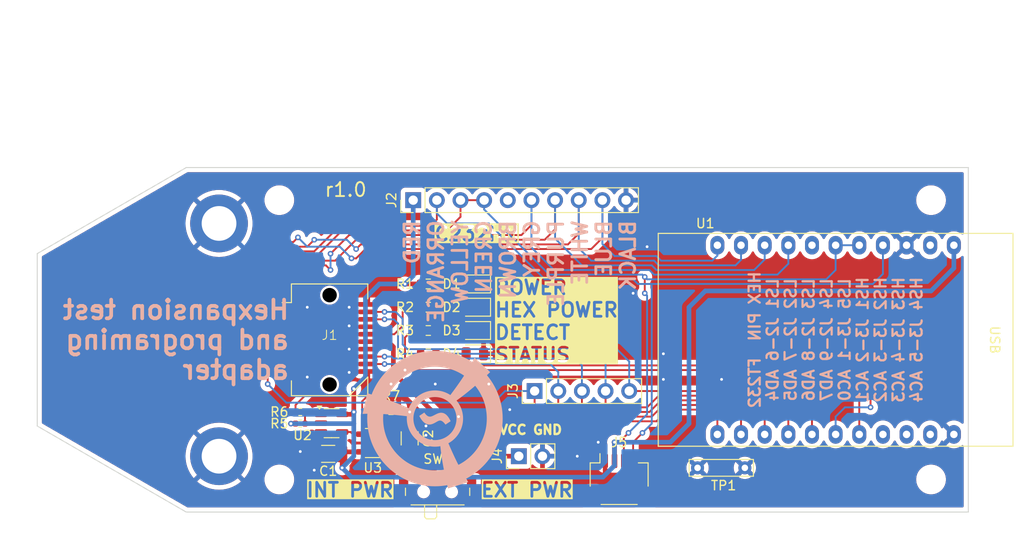
<source format=kicad_pcb>
(kicad_pcb (version 20240108) (generator "pcbnew") (generator_version "8.0")
  (layers (0 "F.Cu" signal) (31 "B.Cu" signal) (34 "B.Paste" user) (35 "F.Paste" user) (36 "B.SilkS" user "B.Silkscreen") (37 "F.SilkS" user "F.Silkscreen") (38 "B.Mask" user) (39 "F.Mask" user) (44 "Edge.Cuts" user))
  (net 0 "")
  (net 1 "/SDA")
  (net 2 "/HS3")
  (net 3 "/LS5")
  (net 4 "/LS1")
  (net 5 "/LS3")
  (net 6 "/3V3_HEXPANSION")
  (net 7 "GND")
  (net 8 "/SCL")
  (net 9 "/LS4")
  (net 10 "/detect")
  (net 11 "/HS1")
  (net 12 "/HS4")
  (net 13 "/LS2")
  (net 14 "/HS2")
  (net 16 "/3V3")
  (net 22 "/3V3_EXT")
  (net 23 "Net-(D1-A)")
  (net 24 "Net-(D2-A)")
  (net 25 "Net-(D3-A)")
  (net 26 "Net-(D4-A)")
  (net 27 "/status")
  (net 28 "/3V3_SWITCHED")
  (net 29 "/HEXPANSION_POWER_EN")
  (net 30 "Net-(R5-Pad2)")
  (net 31 "Net-(U3-SET)")
  (footprint "LED_SMD:LED_0805_2012Metric" (layer "F.Cu") (at 130.6 81.5 180)
    (property "Reference" "D4")
    (property "Value" "LED")
  )
  (footprint "Resistor_SMD:R_0402_1005Metric" (layer "F.Cu") (at 111.85 89)
    (property "Reference" "R5")
    (property "Value" "100k")
  )
  (footprint "LED_SMD:LED_0805_2012Metric" (layer "F.Cu") (at 130.6 74 180)
    (property "Reference" "D1")
    (property "Value" "LED")
  )
  (footprint "Package_TO_SOT_SMD:SOT-23-5" (layer "F.Cu") (at 119.64 91.085 180)
    (property "Reference" "U3")
    (property "Value" "MT9700")
  )
  (footprint "Connector_PinHeader_2.54mm:PinHeader_1x02_P2.54mm_Vertical" (layer "F.Cu") (at 135.325 92.5 90)
    (property "Reference" "J4")
    (property "Value" "Conn_01x02_Pin")
  )
  (footprint "TestPoint:TestPoint_Bridge_Pitch5.08mm_Drill0.7mm" (layer "F.Cu") (at 154.52 93.75)
    (property "Reference" "TP1")
    (property "Value" "TestPoint")
  )
  (footprint "Connector_JST:JST_SH_SM04B-SRSS-TB_1x04-1MP_P1.00mm_Horizontal" (layer "F.Cu") (at 146.1 95)
    (property "Reference" "J5")
    (property "Value" "Conn_01x04_Pin")
  )
  (footprint "hexpansion:Adafruit_2264_v2" (layer "F.Cu") (at 169.35 80 180)
    (property "Reference" "U1")
    (property "Value" "FT232H Breakout")
  )
  (footprint "hexpansion:SMTSO2030CTJ" (layer "F.Cu") (at 103.125 92.5)
    (property "Reference" "H2" (hide yes))
    (property "Value" "MountingHole_Pad" (hide yes))
  )
  (footprint "MountingHole:MountingHole_2.7mm_M2.5" (layer "F.Cu") (at 109.6 95)
    (property "Reference" "H3" (hide yes))
    (property "Value" "MountingHole")
  )
  (footprint "MountingHole:MountingHole_2.7mm_M2.5" (layer "F.Cu") (at 179.6 65)
    (property "Reference" "H5" (hide yes))
    (property "Value" "MountingHole")
  )
  (footprint "hexpansion:SFP" (layer "F.Cu") (at 115 80)
    (property "Reference" "J1")
    (property "Value" "Conn_02x10_Counter_Clockwise")
  )
  (footprint "MountingHole:MountingHole_2.7mm_M2.5" (layer "F.Cu") (at 109.6 65)
    (property "Reference" "H4" (hide yes))
    (property "Value" "MountingHole")
  )
  (footprint "Resistor_SMD:R_0402_1005Metric" (layer "F.Cu") (at 111.85 87.75 180)
    (property "Reference" "R6")
    (property "Value" "10k")
  )
  (footprint "Button_Switch_SMD:SW_SPDT_PCM12" (layer "F.Cu") (at 126.6 96)
    (property "Reference" "SW1")
    (property "Value" "SW_SPDT")
  )
  (footprint "LED_SMD:LED_0805_2012Metric" (layer "F.Cu") (at 130.6 79 180)
    (property "Reference" "D3")
    (property "Value" "LED")
  )
  (footprint "Resistor_SMD:R_0603_1608Metric" (layer "F.Cu") (at 121.6 87.5)
    (property "Reference" "R7")
    (property "Value" "11k3")
  )
  (footprint "LED_SMD:LED_0805_2012Metric" (layer "F.Cu") (at 130.6 76.5 180)
    (property "Reference" "D2")
    (property "Value" "LED")
  )
  (footprint "Capacitor_SMD:C_1206_3216Metric" (layer "F.Cu") (at 123.6 90.585 90)
    (property "Reference" "C2")
    (property "Value" "10uF")
  )
  (footprint "Resistor_SMD:R_0603_1608Metric" (layer "F.Cu") (at 125.6 76.5)
    (property "Reference" "R2")
    (property "Value" "R")
  )
  (footprint "Connector_PinHeader_2.54mm:PinHeader_1x05_P2.54mm_Vertical" (layer "F.Cu") (at 137.02 85.5 90)
    (property "Reference" "J3")
    (property "Value" "Conn_01x05_Pin")
  )
  (footprint "Resistor_SMD:R_0603_1608Metric" (layer "F.Cu") (at 125.6 74)
    (property "Reference" "R1")
    (property "Value" "R")
  )
  (footprint "hexpansion:SMTSO2030CTJ" (layer "F.Cu") (at 103.125 67.5)
    (property "Reference" "H1" (hide yes))
    (property "Value" "MountingHole_Pad" (hide yes))
  )
  (footprint "MountingHole:MountingHole_2.7mm_M2.5" (layer "F.Cu") (at 179.6 95)
    (property "Reference" "H6" (hide yes))
    (property "Value" "MountingHole")
  )
  (footprint "Resistor_SMD:R_0603_1608Metric" (layer "F.Cu") (at 125.6 79)
    (property "Reference" "R3")
    (property "Value" "R")
  )
  (footprint "Connector_PinHeader_2.54mm:PinHeader_1x10_P2.54mm_Vertical" (layer "F.Cu") (at 123.98 65 90)
    (property "Reference" "J2")
    (property "Value" "Conn_01x10_Pin")
  )
  (footprint "Package_TO_SOT_SMD:SOT-23-5" (layer "F.Cu") (at 115.2125 88.95)
    (property "Reference" "U2")
    (property "Value" "74LVC1G04")
  )
  (footprint "Resistor_SMD:R_0603_1608Metric" (layer "F.Cu") (at 125.6 81.5)
    (property "Reference" "R4")
    (property "Value" "R")
  )
  (footprint "Capacitor_SMD:C_1206_3216Metric" (layer "F.Cu") (at 114.85 92.25 180)
    (property "Reference" "C1")
    (property "Value" "10uF")
  )
  (gr_poly (pts (xy 130.284412 82.456891) (xy 129.985302 82.977724) (xy 129.671947 83.490332) (xy 129.345925 83.995627) (xy 129.008818 84.494522) (xy 128.662204 84.987928) (xy 128.307662 85.476758) (xy 127.946772 85.961922) (xy 128.605601 86.540924) (xy 129.099817 86.17908) (xy 129.580394 85.809361) (xy 130.048589 85.432493) (xy 130.505657 85.049201) (xy 130.952855 84.660211) (xy 131.391439 84.266248) (xy 131.822665 83.868037) (xy 132.24779 83.466305) (xy 130.567698 81.926922)) (stroke (width -0.000001)) (fill solid) (layer "B.SilkS"))
  (gr_poly (pts (xy 124.628581 88.171769) (xy 124.685363 88.277343) (xy 124.742848 88.377378) (xy 124.801213 88.471699) (xy 124.860637 88.56013) (xy 124.921299 88.642495) (xy 124.983377 88.718618) (xy 125.047051 88.788325) (xy 125.112497 88.85144) (xy 125.145941 88.88047) (xy 125.179895 88.907787) (xy 125.214382 88.933367) (xy 125.249424 88.95719) (xy 125.285043 88.979233) (xy 125.321261 88.999475) (xy 125.358102 89.017892) (xy 125.395586 89.034465) (xy 125.433737 89.049169) (xy 125.472577 89.061985) (xy 125.512128 89.072889) (xy 125.552413 89.081859) (xy 125.593453 89.088875) (xy 125.635271 89.093913) (xy 125.67789 89.096952) (xy 125.721331 89.097969) (xy 125.764998 89.096748) (xy 125.808267 89.093187) (xy 125.851122 89.087442) (xy 125.893547 89.079671) (xy 125.935525 89.070027) (xy 125.97704 89.058668) (xy 126.018075 89.04575) (xy 126.058614 89.031428) (xy 126.138137 88.999197) (xy 126.215478 88.963223) (xy 126.290504 88.924754) (xy 126.363083 88.885037) (xy 126.500374 88.806851) (xy 126.564822 88.770877) (xy 126.626295 88.738646) (xy 126.684662 88.711405) (xy 126.71264 88.700046) (xy 126.739792 88.690403) (xy 126.766101 88.682631) (xy 126.791551 88.676887) (xy 126.816125 88.673326) (xy 126.839808 88.672104) (xy 126.858852 88.671684) (xy 126.87778 88.672196) (xy 126.896603 88.673638) (xy 126.915334 88.676008) (xy 126.933982 88.679301) (xy 126.952561 88.683515) (xy 126.971079 88.688646) (xy 126.98955 88.694692) (xy 127.026393 88.709515) (xy 127.06318 88.72796) (xy 127.1 88.75) (xy 127.136945 88.775611) (xy 127.174103 88.804769) (xy 127.211567 88.837449) (xy 127.249425 88.873626) (xy 127.287768 88.913275) (xy 127.326686 88.956371) (xy 127.366269 89.002889) (xy 127.406609 89.052806) (xy 127.447794 89.106095) (xy 128.000858 88.742343) (xy 127.945624 88.627857) (xy 127.889325 88.521443) (xy 127.831996 88.423158) (xy 127.77359 88.332884) (xy 127.714063 88.250504) (xy 127.653365 88.175903) (xy 127.622564 88.141482) (xy 127.591452 88.108961) (xy 127.560025 88.078326) (xy 127.528277 88.049563) (xy 127.496201 88.022656) (xy 127.463792 87.997591) (xy 127.431045 87.974353) (xy 127.397952 87.952928) (xy 127.364509 87.933302) (xy 127.33071 87.915458) (xy 127.296548 87.899384) (xy 127.262018 87.885063) (xy 127.227114 87.872482) (xy 127.191831 87.861626) (xy 127.156162 87.85248) (xy 127.120102 87.84503) (xy 127.083644 87.839261) (xy 127.046784 87.835159) (xy 127.009515 87.832708) (xy 126.971831 87.831894) (xy 126.931021 87.833097) (xy 126.890233 87.836601) (xy 126.849489 87.842254) (xy 126.80881 87.849902) (xy 126.768217 87.859392) (xy 126.727733 87.87057) (xy 126.647177 87.897377) (xy 126.567315 87.929095) (xy 126.488322 87.964497) (xy 126.410369 88.002354) (xy 126.333632 88.041439) (xy 126.184495 88.118382) (xy 126.112444 88.153783) (xy 126.042301 88.185502) (xy 125.974241 88.212309) (xy 125.908438 88.232977) (xy 125.876436 88.240625) (xy 125.845064 88.246278) (xy 125.814342 88.249782) (xy 125.784293 88.250985) (xy 125.74882 88.249835) (xy 125.71343 88.246231) (xy 125.678029 88.239939) (xy 125.642527 88.230726) (xy 125.60683 88.218359) (xy 125.570846 88.202606) (xy 125.534483 88.183232) (xy 125.49765 88.160006) (xy 125.460253 88.132693) (xy 125.4222 88.101062) (xy 125.3834 88.064878) (xy 125.343759 88.023909) (xy 125.303186 87.977921) (xy 125.261589 87.926682) (xy 125.218875 87.869959) (xy 125.174952 87.807518)) (stroke (width -0.000001)) (fill solid) (layer "B.SilkS"))
  (gr_poly (pts (xy 118.54111 87.958008) (xy 119.141719 87.938355) (xy 119.742329 87.936976) (xy 120.342939 87.952044) (xy 120.943549 87.981738) (xy 121.54416 88.024234) (xy 122.144771 88.077707) (xy 122.745381 88.140333) (xy 123.345992 88.210289) (xy 123.518004 87.350228) (xy 122.957531 87.103145) (xy 122.397057 86.871813) (xy 121.836583 86.654779) (xy 121.276108 86.450593) (xy 120.715634 86.257805) (xy 120.15516 86.074963) (xy 119.594686 85.900616) (xy 119.034213 85.733315)) (stroke (width -0.000001)) (fill solid) (layer "B.SilkS"))
  (gr_poly (pts (xy 125.94147 81.189917) (xy 125.572713 81.218097) (xy 125.209222 81.264498) (xy 124.851461 81.328658) (xy 124.499892 81.410114) (xy 124.154977 81.508404) (xy 123.81718 81.623064) (xy 123.486963 81.753632) (xy 123.164789 81.899646) (xy 122.85112 82.060642) (xy 122.546419 82.236158) (xy 122.251149 82.425731) (xy 121.965773 82.628899) (xy 121.690752 82.845199) (xy 121.42655 83.074169) (xy 121.17363 83.315345) (xy 120.932453 83.568265) (xy 120.703484 83.832467) (xy 120.487183 84.107487) (xy 120.284015 84.392864) (xy 120.094441 84.688133) (xy 119.918925 84.992834) (xy 119.757929 85.306502) (xy 119.611915 85.628676) (xy 119.481347 85.958893) (xy 119.366687 86.296689) (xy 119.268397 86.641604) (xy 119.186941 86.993172) (xy 119.122781 87.350933) (xy 119.076379 87.714424) (xy 119.048199 88.083181) (xy 119.038703 88.456742) (xy 119.048199 88.830303) (xy 119.076379 89.19906) (xy 119.122781 89.56255) (xy 119.186941 89.920311) (xy 119.268397 90.27188) (xy 119.366687 90.616795) (xy 119.481347 90.954592) (xy 119.611915 91.284808) (xy 119.757929 91.606983) (xy 119.918925 91.920651) (xy 120.094441 92.225352) (xy 120.284015 92.520622) (xy 120.487183 92.805999) (xy 120.703484 93.08102) (xy 120.932453 93.345221) (xy 121.17363 93.598142) (xy 121.42655 93.839319) (xy 121.690752 94.068288) (xy 121.965773 94.284589) (xy 122.251149 94.487757) (xy 122.546419 94.677331) (xy 122.85112 94.852848) (xy 123.164789 95.013844) (xy 123.486963 95.159858) (xy 123.81718 95.290426) (xy 124.154977 95.405086) (xy 124.499892 95.503376) (xy 124.851461 95.584832) (xy 125.209222 95.648993) (xy 125.572713 95.695394) (xy 125.94147 95.723575) (xy 126.315032 95.733071) (xy 126.688593 95.723575) (xy 127.05735 95.695394) (xy 127.42084 95.648993) (xy 127.778601 95.584832) (xy 128.13017 95.503376) (xy 128.475085 95.405086) (xy 128.812881 95.290426) (xy 129.143098 95.159858) (xy 129.465272 95.013844) (xy 129.778941 94.852848) (xy 130.083642 94.677331) (xy 130.378912 94.487757) (xy 130.664289 94.284589) (xy 130.939309 94.068288) (xy 131.203511 93.839319) (xy 131.456432 93.598142) (xy 131.697608 93.345221) (xy 131.926578 93.08102) (xy 132.142879 92.805999) (xy 132.346047 92.520622) (xy 132.535621 92.225352) (xy 132.711138 91.920651) (xy 132.872134 91.606983) (xy 133.018148 91.284808) (xy 133.148716 90.954592) (xy 133.263376 90.616795) (xy 133.361666 90.27188) (xy 133.443122 89.920311) (xy 133.507283 89.56255) (xy 133.553684 89.19906) (xy 133.581864 88.830303) (xy 133.591361 88.456742) (xy 131.883879 88.456742) (xy 131.876661 88.744171) (xy 131.855235 89.02773) (xy 131.819947 89.307073) (xy 131.77114 89.581857) (xy 131.70916 89.851736) (xy 131.63435 90.116366) (xy 131.547056 90.375403) (xy 131.447623 90.628501) (xy 131.336393 90.875317) (xy 131.213713 91.115505) (xy 131.079926 91.348722) (xy 130.935378 91.574622) (xy 130.780412 91.792862) (xy 130.615374 92.003096) (xy 130.440608 92.20498) (xy 130.256457 92.39817) (xy 130.063268 92.58232) (xy 129.861384 92.757087) (xy 129.651151 92.922126) (xy 129.432911 93.077092) (xy 129.207011 93.221641) (xy 128.973795 93.355428) (xy 128.733607 93.478109) (xy 128.486791 93.589339) (xy 128.233693 93.688773) (xy 127.974657 93.776067) (xy 127.710027 93.850877) (xy 127.440148 93.912857) (xy 127.165364 93.961664) (xy 126.88602 93.996953) (xy 126.602461 94.018378) (xy 126.315032 94.025597) (xy 126.027606 94.018378) (xy 125.744057 93.996953) (xy 125.464731 93.961664) (xy 125.189969 93.912857) (xy 124.920118 93.850877) (xy 124.65552 93.776067) (xy 124.396521 93.688773) (xy 124.143463 93.589339) (xy 123.896691 93.478109) (xy 123.65655 93.355428) (xy 123.423384 93.221641) (xy 123.197535 93.077092) (xy 122.97935 92.922126) (xy 122.769171 92.757087) (xy 122.567343 92.58232) (xy 122.374209 92.39817) (xy 122.190115 92.20498) (xy 122.015404 92.003096) (xy 121.850421 91.792862) (xy 121.695509 91.574622) (xy 121.551012 91.348722) (xy 121.417275 91.115505) (xy 121.294641 90.875317) (xy 121.183456 90.628501) (xy 121.084062 90.375403) (xy 120.996804 90.116366) (xy 120.922027 89.851736) (xy 120.860074 89.581857) (xy 120.811289 89.307073) (xy 120.776016 89.02773) (xy 120.754601 88.744171) (xy 120.747386 88.456742) (xy 120.754601 88.169316) (xy 120.776016 87.885767) (xy 120.811289 87.60644) (xy 120.860074 87.331679) (xy 120.922027 87.061827) (xy 120.996804 86.797229) (xy 121.084062 86.53823) (xy 121.183456 86.285172) (xy 121.294641 86.038401) (xy 121.417275 85.79826) (xy 121.551012 85.565093) (xy 121.695509 85.339245) (xy 121.850421 85.121059) (xy 122.015404 84.910881) (xy 122.190115 84.709053) (xy 122.374209 84.51592) (xy 122.567343 84.331826) (xy 122.769171 84.157116) (xy 122.97935 83.992132) (xy 123.197535 83.83722) (xy 123.423384 83.692724) (xy 123.65655 83.558987) (xy 123.896691 83.436354) (xy 124.143463 83.325168) (xy 124.396521 83.225775) (xy 124.65552 83.138518) (xy 124.920118 83.06374) (xy 125.189969 83.001787) (xy 125.464731 82.953002) (xy 125.744057 82.91773) (xy 126.027606 82.896315) (xy 126.315032 82.8891) (xy 126.602461 82.896315) (xy 126.88602 82.91773) (xy 127.165364 82.953002) (xy 127.440148 83.001787) (xy 127.710027 83.06374) (xy 127.974657 83.138518) (xy 128.233693 83.225775) (xy 128.486791 83.325168) (xy 128.733607 83.436354) (xy 128.973795 83.558987) (xy 129.207011 83.692724) (xy 129.432911 83.83722) (xy 129.651151 83.992132) (xy 129.861384 84.157116) (xy 130.063268 84.331826) (xy 130.256457 84.51592) (xy 130.440608 84.709053) (xy 130.615374 84.910881) (xy 130.780412 85.121059) (xy 130.935378 85.339245) (xy 131.079926 85.565093) (xy 131.213713 85.79826) (xy 131.336393 86.038401) (xy 131.447623 86.285172) (xy 131.547056 86.53823) (xy 131.63435 86.797229) (xy 131.70916 87.061827) (xy 131.77114 87.331679) (xy 131.819947 87.60644) (xy 131.855235 87.885767) (xy 131.876661 88.169316) (xy 131.883879 88.456742) (xy 133.591361 88.456742) (xy 133.581864 88.083181) (xy 133.553684 87.714424) (xy 133.507283 87.350933) (xy 133.443122 86.993172) (xy 133.361666 86.641604) (xy 133.263376 86.296689) (xy 133.148716 85.958893) (xy 133.018148 85.628676) (xy 132.872134 85.306502) (xy 132.711138 84.992834) (xy 132.535621 84.688133) (xy 132.346047 84.392864) (xy 132.142879 84.107487) (xy 131.926578 83.832467) (xy 131.697608 83.568265) (xy 131.456432 83.315345) (xy 131.203511 83.074169) (xy 130.939309 82.845199) (xy 130.664289 82.628899) (xy 130.378912 82.425731) (xy 130.083642 82.236158) (xy 129.778941 82.060642) (xy 129.465272 81.899646) (xy 129.143098 81.753632) (xy 128.812881 81.623064) (xy 128.475085 81.508404) (xy 128.13017 81.410114) (xy 127.778601 81.328658) (xy 127.42084 81.264498) (xy 127.05735 81.218097) (xy 126.688593 81.189917) (xy 126.315032 81.18042)) (stroke (width -0.000001)) (fill solid) (layer "B.SilkS"))
  (gr_poly (pts (xy 126.877978 91.272675) (xy 126.944235 91.881601) (xy 127.024132 92.482653) (xy 127.116412 93.076555) (xy 127.219818 93.664033) (xy 127.333095 94.245813) (xy 127.454986 94.822618) (xy 127.584234 95.395176) (xy 127.719584 95.964211) (xy 129.892775 95.278908) (xy 129.575451 94.768588) (xy 129.273951 94.249133) (xy 128.986696 93.721454) (xy 128.712107 93.186463) (xy 128.448604 92.645072) (xy 128.194608 92.098192) (xy 127.948539 91.546736) (xy 127.708819 90.991616)) (stroke (width -0.000001)) (fill solid) (layer "B.SilkS"))
  (gr_poly (pts (xy 128.000858 88.742343) (xy 128.000941 88.742516) (xy 128.001616 88.741845)) (stroke (width -0.000001)) (fill solid) (layer "B.SilkS"))
  (gr_poly (pts (xy 126.159877 85.438477) (xy 126.006715 85.450181) (xy 125.855739 85.469454) (xy 125.707144 85.496103) (xy 125.56112 85.529936) (xy 125.41786 85.57076) (xy 125.277557 85.618384) (xy 125.140401 85.672615) (xy 125.006587 85.733262) (xy 124.876305 85.800131) (xy 124.749747 85.873031) (xy 124.627107 85.951771) (xy 124.508576 86.036156) (xy 124.394347 86.125996) (xy 124.284611 86.221098) (xy 124.17956 86.32127) (xy 124.079388 86.42632) (xy 123.984285 86.536056) (xy 123.894445 86.650285) (xy 123.810059 86.768816) (xy 123.73132 86.891456) (xy 123.658419 87.018013) (xy 123.591549 87.148294) (xy 123.530902 87.282109) (xy 123.476671 87.419264) (xy 123.429047 87.559567) (xy 123.388222 87.702827) (xy 123.354389 87.84885) (xy 123.32774 87.997446) (xy 123.308468 88.148421) (xy 123.296763 88.301584) (xy 123.292819 88.456742) (xy 123.296763 88.6119) (xy 123.308468 88.765063) (xy 123.32774 88.916038) (xy 123.354389 89.064633) (xy 123.388222 89.210657) (xy 123.429047 89.353917) (xy 123.476671 89.49422) (xy 123.530902 89.631376) (xy 123.591549 89.76519) (xy 123.658419 89.895472) (xy 123.73132 90.02203) (xy 123.810059 90.14467) (xy 123.894445 90.263201) (xy 123.984285 90.37743) (xy 124.079388 90.487166) (xy 124.17956 90.592217) (xy 124.284611 90.692389) (xy 124.394347 90.787492) (xy 124.508576 90.877332) (xy 124.627107 90.961718) (xy 124.749747 91.040457) (xy 124.876305 91.113358) (xy 125.006587 91.180228) (xy 125.140401 91.240875) (xy 125.277557 91.295106) (xy 125.41786 91.34273) (xy 125.56112 91.383555) (xy 125.707144 91.417388) (xy 125.855739 91.444037) (xy 126.006715 91.46331) (xy 126.159877 91.475014) (xy 126.315035 91.478959) (xy 126.470193 91.475014) (xy 126.623356 91.46331) (xy 126.774331 91.444037) (xy 126.922927 91.417388) (xy 127.06895 91.383555) (xy 127.21221 91.34273) (xy 127.352513 91.295106) (xy 127.489668 91.240875) (xy 127.623483 91.180228) (xy 127.753764 91.113358) (xy 127.880321 91.040457) (xy 128.002961 90.961718) (xy 128.121492 90.877332) (xy 128.235721 90.787492) (xy 128.345457 90.692389) (xy 128.450507 90.592217) (xy 128.550679 90.487166) (xy 128.645781 90.37743) (xy 128.735621 90.263201) (xy 128.820007 90.14467) (xy 128.898746 90.02203) (xy 128.971646 89.895472) (xy 129.038515 89.76519) (xy 129.099162 89.631376) (xy 129.153393 89.49422) (xy 129.201017 89.353917) (xy 129.241841 89.210657) (xy 129.275674 89.064633) (xy 129.302323 88.916038) (xy 129.321596 88.765063) (xy 129.3333 88.6119) (xy 129.337245 88.456742) (xy 128.628047 88.456742) (xy 128.625048 88.576126) (xy 128.616149 88.693902) (xy 128.601492 88.809927) (xy 128.58122 88.924058) (xy 128.555477 89.036152) (xy 128.524405 89.146066) (xy 128.488148 89.253657) (xy 128.446848 89.358781) (xy 128.400649 89.461296) (xy 128.349694 89.561058) (xy 128.294126 89.657924) (xy 128.234088 89.751752) (xy 128.169724 89.842397) (xy 128.101175 89.929718) (xy 128.028586 90.01357) (xy 127.9521 90.093811) (xy 127.871859 90.170298) (xy 127.788007 90.242887) (xy 127.700687 90.311436) (xy 127.610042 90.375801) (xy 127.516214 90.435839) (xy 127.419348 90.491407) (xy 127.319587 90.542362) (xy 127.217072 90.588561) (xy 127.111948 90.629861) (xy 127.004358 90.666119) (xy 126.894444 90.697191) (xy 126.78235 90.722934) (xy 126.66822 90.743206) (xy 126.552195 90.757863) (xy 126.434419 90.766762) (xy 126.315035 90.769761) (xy 126.195653 90.766762) (xy 126.077881 90.757863) (xy 125.961863 90.743206) (xy 125.847741 90.722934) (xy 125.735658 90.697191) (xy 125.625757 90.666119) (xy 125.518182 90.629861) (xy 125.413075 90.588561) (xy 125.310578 90.542362) (xy 125.210836 90.491407) (xy 125.11399 90.435839) (xy 125.020185 90.375801) (xy 124.929561 90.311436) (xy 124.842264 90.242887) (xy 124.758435 90.170298) (xy 124.678217 90.093811) (xy 124.601754 90.01357) (xy 124.529189 89.929718) (xy 124.460663 89.842397) (xy 124.39632 89.751752) (xy 124.336304 89.657924) (xy 124.280757 89.561058) (xy 124.229821 89.461296) (xy 124.183641 89.358781) (xy 124.142358 89.253657) (xy 124.106115 89.146066) (xy 124.075057 89.036152) (xy 124.049325 88.924058) (xy 124.029062 88.809927) (xy 124.014412 88.693902) (xy 124.005517 88.576126) (xy 124.00252 88.456742) (xy 124.005517 88.33736) (xy 124.014412 88.219589) (xy 124.029062 88.103571) (xy 124.049325 87.989449) (xy 124.075057 87.877367) (xy 124.106115 87.767466) (xy 124.142358 87.659891) (xy 124.183641 87.554784) (xy 124.229821 87.452288) (xy 124.280757 87.352546) (xy 124.336304 87.2557) (xy 124.39632 87.161894) (xy 124.460663 87.071271) (xy 124.529189 86.983973) (xy 124.601754 86.900144) (xy 124.678217 86.819927) (xy 124.758435 86.743463) (xy 124.842264 86.670897) (xy 124.929561 86.602371) (xy 125.020185 86.538029) (xy 125.11399 86.478012) (xy 125.210836 86.422465) (xy 125.310578 86.371529) (xy 125.413075 86.325348) (xy 125.518182 86.284065) (xy 125.625757 86.247822) (xy 125.735658 86.216764) (xy 125.847741 86.191031) (xy 125.961863 86.170769) (xy 126.077881 86.156118) (xy 126.195653 86.147223) (xy 126.315035 86.144226) (xy 126.434419 86.147223) (xy 126.552195 86.156118) (xy 126.66822 86.170769) (xy 126.782352 86.191031) (xy 126.894446 86.216764) (xy 127.004359 86.247822) (xy 127.11195 86.284065) (xy 127.217074 86.325348) (xy 127.319588 86.371529) (xy 127.41935 86.422465) (xy 127.516216 86.478012) (xy 127.610043 86.538029) (xy 127.700688 86.602371) (xy 127.788009 86.670897) (xy 127.871861 86.743463) (xy 127.952101 86.819927) (xy 128.028588 86.900144) (xy 128.101176 86.983973) (xy 128.169725 87.071271) (xy 128.234089 87.161894) (xy 128.294127 87.2557) (xy 128.349695 87.352546) (xy 128.40065 87.452288) (xy 128.446849 87.554784) (xy 128.488148 87.659891) (xy 128.524406 87.767466) (xy 128.555477 87.877367) (xy 128.581221 87.989449) (xy 128.601492 88.103571) (xy 128.616149 88.219589) (xy 128.625048 88.33736) (xy 128.628047 88.456742) (xy 129.337245 88.456742) (xy 129.3333 88.301584) (xy 129.321596 88.148421) (xy 129.302323 87.997446) (xy 129.275674 87.84885) (xy 129.241841 87.702827) (xy 129.201017 87.559567) (xy 129.153393 87.419264) (xy 129.099162 87.282109) (xy 129.038515 87.148294) (xy 128.971646 87.018013) (xy 128.898746 86.891456) (xy 128.820007 86.768816) (xy 128.735621 86.650285) (xy 128.645781 86.536056) (xy 128.550679 86.42632) (xy 128.450507 86.32127) (xy 128.345457 86.221098) (xy 128.235721 86.125996) (xy 128.121492 86.036156) (xy 128.002961 85.951771) (xy 127.880321 85.873031) (xy 127.753764 85.800131) (xy 127.623483 85.733262) (xy 127.489668 85.672615) (xy 127.352513 85.618384) (xy 127.21221 85.57076) (xy 127.06895 85.529936) (xy 126.922927 85.496103) (xy 126.774331 85.469454) (xy 126.623356 85.450181) (xy 126.470193 85.438477) (xy 126.315035 85.434533)) (stroke (width -0.000001)) (fill solid) (layer "B.SilkS"))
  (gr_line (start 183.6 61.5) (end 183.6 98.5) (stroke (width 0.1)) (layer "Edge.Cuts"))
  (gr_line (start 83.6 70.742236) (end 83.6 89.257764) (stroke (width 0.1)) (layer "Edge.Cuts"))
  (gr_line (start 99.6 61.5) (end 183.6 61.5) (stroke (width 0.1)) (layer "Edge.Cuts"))
  (gr_line (start 183.6 98.5) (end 99.6 98.5) (stroke (width 0.1)) (layer "Edge.Cuts"))
  (gr_line (start 99.6 98.5) (end 83.6 89.257764) (stroke (width 0.1)) (layer "Edge.Cuts"))
  (gr_line (start 99.6 61.5) (end 83.6 70.742236) (stroke (width 0.1)) (layer "Edge.Cuts"))
  (gr_text "Hexpansion test\nand programing\nadapter" (at 110.85 80 0) (layer "B.SilkS") (effects (font (size 2 2) (thickness 0.4) (bold yes)) (justify left mirror)))
  (gr_text "RED\nORRANGE\nYELLOW\nGREEN\nBROWN\nGREY\nPURPLE\nWHITE\nBLUE\nBLACK" (at 147.98 67 90) (layer "B.SilkS") (effects (font (size 1.6 1.6) (thickness 0.3) (bold yes)) (justify left bottom mirror)))
  (gr_text "HEX PIN  FT232\nLS1 J2-6 AD4\nLS2 J2-7 AD5\nLS3 J2-8 AD6\nLS4 J2-9 AD7\nLS5 J3-1 AC0\nHS1 J3-2 AC1\nHS2 J3-3 AC2\nHS3 J3-4 AC3\nHS4 J3-5 AC4" (at 169.35 80 90) (layer "B.SilkS") (effects (font (size 1.2 1.2) (thickness 0.24) (bold yes)) (justify mirror)))
  (gr_text "POWER\nHEX POWER\nDETECT\nSTATUS" (at 132.6 82.5 0) (layer "F.SilkS" knockout) (effects (font (size 1.5 1.5) (thickness 0.3) (bold yes)) (justify left bottom)))
  (gr_text "VCC GND" (at 133.1 90.25 0) (layer "F.SilkS") (effects (font (size 1 1) (thickness 0.25) (bold yes)) (justify left bottom)))
  (gr_text "EXT PWR\n" (at 131.1 97 0) (layer "F.SilkS" knockout) (effects (font (size 1.5 1.5) (thickness 0.3) (bold yes)) (justify left bottom)))
  (gr_text "r1.0" (at 114.35 64.75 0) (layer "F.SilkS") (effects (font (size 1.5 1.5) (thickness 0.2)) (justify left bottom)))
  (gr_text "C232HM" (at 126.1 69.5 0) (layer "F.SilkS" knockout) (effects (font (size 1.5 1.5) (thickness 0.3) (bold yes)) (justify left bottom)))
  (gr_text "INT PWR\n" (at 112.35 97 0) (layer "F.SilkS" knockout) (effects (font (size 1.5 1.5) (thickness 0.3) (bold yes)) (justify left bottom)))
  (segment (start 146.6 93) (end 146.6 90.5) (width 0.2) (layer "F.Cu") (net 1))
  (segment (start 113.6 71) (end 116.35 68.25) (width 0.2) (layer "F.Cu") (net 1))
  (segment (start 107.85 71) (end 113.6 71) (width 0.2) (layer "F.Cu") (net 1))
  (segment (start 129.06 66.79) (end 129.06 65) (width 0.2) (layer "F.Cu") (net 1))
  (segment (start 146.6 90.5) (end 147.1 90) (width 0.2) (layer "F.Cu") (net 1))
  (segment (start 148.85 75) (end 148.85 73.25) (width 0.2) (layer "F.Cu") (net 1))
  (segment (start 108.35 79) (end 107.35 78) (width 0.2) (layer "F.Cu") (net 1))
  (segment (start 110.9 79) (end 108.35 79) (width 0.2) (layer "F.Cu") (net 1))
  (segment (start 107.35 78) (end 107.35 71.5) (width 0.2) (layer "F.Cu") (net 1))
  (segment (start 127.6 68.25) (end 129.06 66.79) (width 0.2) (layer "F.Cu") (net 1))
  (segment (start 131.6 65) (end 129.06 65) (width 0.2) (layer "F.Cu") (net 1))
  (segment (start 107.35 71.5) (end 107.85 71) (width 0.2) (layer "F.Cu") (net 1))
  (segment (start 116.35 68.25) (end 127.6 68.25) (width 0.2) (layer "F.Cu") (net 1))
  (via (at 148.85 73.25) (size 0.6) (drill 0.3) (layers "F.Cu" "B.Cu") (net 1))
  (via (at 148.85 75) (size 0.6) (drill 0.3) (layers "F.Cu" "B.Cu") (net 1))
  (via (at 147.1 90) (size 0.6) (drill 0.3) (layers "F.Cu" "B.Cu") (net 1))
  (segment (start 148.6 73) (end 148.85 73.25) (width 0.2) (layer "B.Cu") (net 1))
  (segment (start 169.35 72.5) (end 169.35 69.84) (width 0.2) (layer "B.Cu") (net 1))
  (segment (start 147.1 90) (end 149.1 88) (width 0.2) (layer "B.Cu") (net 1))
  (segment (start 148.85 73.25) (end 149.1 73.5) (width 0.2) (layer "B.Cu") (net 1))
  (segment (start 171.89 69.84) (end 169.35 69.84) (width 0.2) (layer "B.Cu") (net 1))
  (segment (start 149.1 88) (end 149.1 75.25) (width 0.2) (layer "B.Cu") (net 1))
  (segment (start 168.35 73.5) (end 169.35 72.5) (width 0.2) (layer "B.Cu") (net 1))
  (segment (start 138.6 73) (end 148.6 73) (width 0.2) (layer "B.Cu") (net 1))
  (segment (start 149.1 75.25) (end 148.85 75) (width 0.2) (layer "B.Cu") (net 1))
  (segment (start 131.6 66) (end 138.6 73) (width 0.2) (layer "B.Cu") (net 1))
  (segment (start 131.6 65) (end 131.6 66) (width 0.2) (layer "B.Cu") (net 1))
  (segment (start 149.1 73.5) (end 168.35 73.5) (width 0.2) (layer "B.Cu") (net 1))
  (segment (start 144.64 86.79) (end 144.64 85.5) (width 0.2) (layer "F.Cu") (net 2))
  (segment (start 164.27 86.92) (end 163.35 86) (width 0.2) (layer "F.Cu") (net 2))
  (segment (start 164.27 90.16) (end 164.27 86.92) (width 0.2) (layer "F.Cu") (net 2))
  (segment (start 119.1 77.8) (end 120.9 77.8) (width 0.2) (layer "F.Cu") (net 2))
  (segment (start 149.1 87.25) (end 145.1 87.25) (width 0.2) (layer "F.Cu") (net 2))
  (segment (start 150.35 86) (end 149.1 87.25) (width 0.2) (layer "F.Cu") (net 2))
  (segment (start 163.35 86) (end 150.35 86) (width 0.2) (layer "F.Cu") (net 2))
  (segment (start 145.1 87.25) (end 144.64 86.79) (width 0.2) (layer "F.Cu") (net 2))
  (via (at 120.9 77.8) (size 0.6) (drill 0.3) (layers "F.Cu" "B.Cu") (net 2))
  (segment (start 122.85 81.5) (end 143.6 81.5) (width 0.2) (layer "B.Cu") (net 2))
  (segment (start 120.9 77.8) (end 121.9 77.8) (width 0.2) (layer "B.Cu") (net 2))
  (segment (start 143.6 81.5) (end 144.64 82.54) (width 0.2) (layer "B.Cu") (net 2))
  (segment (start 121.9 77.8) (end 122.35 78.25) (width 0.2) (layer "B.Cu") (net 2))
  (segment (start 122.35 78.25) (end 122.35 81) (width 0.2) (layer "B.Cu") (net 2))
  (segment (start 122.35 81) (end 122.85 81.5) (width 0.2) (layer "B.Cu") (net 2))
  (segment (start 144.64 82.54) (end 144.64 85.5) (width 0.2) (layer "B.Cu") (net 2))
  (segment (start 137.02 87.92) (end 137.85 88.75) (width 0.2) (layer "F.Cu") (net 3))
  (segment (start 156.65 90.16) (end 156.65 88.3) (width 0.2) (layer "F.Cu") (net 3))
  (segment (start 108.6 83) (end 108.35 83.25) (width 0.2) (layer "F.Cu") (net 3))
  (segment (start 108.35 83.25) (end 108.35 84.75) (width 0.2) (layer "F.Cu") (net 3))
  (segment (start 150.1 88.75) (end 151.35 87.5) (width 0.2) (layer "F.Cu") (net 3))
  (segment (start 151.35 87.5) (end 155.85 87.5) (width 0.2) (layer "F.Cu") (net 3))
  (segment (start 156.65 88.3) (end 155.85 87.5) (width 0.2) (layer "F.Cu") (net 3))
  (segment (start 137.85 88.75) (end 150.1 88.75) (width 0.2) (layer "F.Cu") (net 3))
  (segment (start 137.02 85.5) (end 137.02 87.92) (width 0.2) (layer "F.Cu") (net 3))
  (segment (start 110.9 83) (end 108.6 83) (width 0.2) (layer "F.Cu") (net 3))
  (via (at 108.35 84.75) (size 0.6) (drill 0.3) (layers "F.Cu" "B.Cu") (net 3))
  (segment (start 108.35 84.75) (end 110.35 86.75) (width 0.2) (layer "B.Cu") (net 3))
  (segment (start 133.85 85.5) (end 137.02 85.5) (width 0.2) (layer "B.Cu") (net 3))
  (segment (start 132.6 86.75) (end 133.85 85.5) (width 0.2) (layer "B.Cu") (net 3))
  (segment (start 110.35 86.75) (end 132.6 86.75) (width 0.2) (layer "B.Cu") (net 3))
  (segment (start 108.35 72.75) (end 109.1 72) (width 0.2) (layer "F.Cu") (net 4))
  (segment (start 117.1 68.75) (end 135.6 68.75) (width 0.2) (layer "F.Cu") (net 4))
  (segment (start 135.6 68.75) (end 136.68 67.67) (width 0.2) (layer "F.Cu") (net 4))
  (segment (start 110.9 77.4) (end 108.75 77.4) (width 0.2) (layer "F.Cu") (net 4))
  (segment (start 109.1 72) (end 114.6 72) (width 0.2) (layer "F.Cu") (net 4))
  (segment (start 114.6 72) (end 115.1 72.5) (width 0.2) (layer "F.Cu") (net 4))
  (segment (start 115.1 70.75) (end 117.1 68.75) (width 0.2) (layer "F.Cu") (net 4))
  (segment (start 136.68 67.67) (end 136.68 65) (width 0.2) (layer "F.Cu") (net 4))
  (segment (start 108.35 77) (end 108.35 72.75) (width 0.2) (layer "F.Cu") (net 4))
  (segment (start 108.75 77.4) (end 108.35 77) (width 0.2) (layer "F.Cu") (net 4))
  (via (at 115.1 72.5) (size 0.6) (drill 0.3) (layers "F.Cu" "B.Cu") (net 4))
  (via (at 115.1 70.75) (size 0.6) (drill 0.3) (layers "F.Cu" "B.Cu") (net 4))
  (segment (start 149.35 72.5) (end 149.85 73) (width 0.2) (layer "B.Cu") (net 4))
  (segment (start 163.1 73) (end 164.27 71.83) (width 0.2) (layer "B.Cu") (net 4))
  (segment (start 149.85 73) (end 163.1 73) (width 0.2) (layer "B.Cu") (net 4))
  (segment (start 139.1 72.5) (end 149.35 72.5) (width 0.2) (layer "B.Cu") (net 4))
  (segment (start 164.27 71.83) (end 164.27 69.84) (width 0.2) (layer "B.Cu") (net 4))
  (segment (start 115.1 72.5) (end 115.1 70.75) (width 0.2) (layer "B.Cu") (net 4))
  (segment (start 136.68 70.08) (end 139.1 72.5) (width 0.2) (layer "B.Cu") (net 4))
  (segment (start 136.68 65) (end 136.68 70.08) (width 0.2) (layer "B.Cu") (net 4))
  (segment (start 106.35 71) (end 106.35 80) (width 0.2) (layer "F.Cu") (net 5))
  (segment (start 118.85 69.75) (end 118.35 69.75) (width 0.2) (layer "F.Cu") (net 5))
  (segment (start 113.35 69.25) (end 112.6 70) (width 0.2) (layer "F.Cu") (net 5))
  (segment (start 140.6 69.75) (end 118.85 69.75) (width 0.2) (layer "F.Cu") (net 5))
  (segment (start 107.35 70) (end 106.35 71) (width 0.2) (layer "F.Cu") (net 5))
  (segment (start 141.76 65) (end 141.76 68.59) (width 0.2) (layer "F.Cu") (net 5))
  (segment (start 107.75 81.4) (end 110.9 81.4) (width 0.2) (layer "F.Cu") (net 5))
  (segment (start 118.35 69.75) (end 117.85 70.25) (width 0.2) (layer "F.Cu") (net 5))
  (segment (start 112.6 70) (end 107.35 70) (width 0.2) (layer "F.Cu") (net 5))
  (segment (start 106.35 80) (end 107.75 81.4) (width 0.2) (layer "F.Cu") (net 5))
  (segment (start 141.76 68.59) (end 140.6 69.75) (width 0.2) (layer "F.Cu") (net 5))
  (via (at 113.35 69.25) (size 0.6) (drill 0.3) (layers "F.Cu" "B.Cu") (net 5))
  (via (at 117.85 70.25) (size 0.6) (drill 0.3) (layers "F.Cu" "B.Cu") (net 5))
  (segment (start 113.35 69.25) (end 116.85 69.25) (width 0.2) (layer "B.Cu") (net 5))
  (segment (start 143.1 71.5) (end 141.76 70.16) (width 0.2) (layer "B.Cu") (net 5))
  (segment (start 149.85 71.5) (end 150.35 72) (width 0.2) (layer "B.Cu") (net 5))
  (segment (start 141.76 70.16) (end 141.76 65) (width 0.2) (layer "B.Cu") (net 5))
  (segment (start 159.19 71.41) (end 159.19 69.84) (width 0.2) (layer "B.Cu") (net 5))
  (segment (start 158.6 72) (end 159.19 71.41) (width 0.2) (layer "B.Cu") (net 5))
  (segment (start 116.85 69.25) (end 117.85 70.25) (width 0.2) (layer "B.Cu") (net 5))
  (segment (start 143.1 71.5) (end 149.85 71.5) (width 0.2) (layer "B.Cu") (net 5))
  (segment (start 150.35 72) (end 158.6 72) (width 0.2) (layer "B.Cu") (net 5))
  (segment (start 127.35 89) (end 121.85 83.5) (width 0.5) (layer "F.Cu") (net 6))
  (segment (start 127.35 94.57) (end 127.35 89) (width 0.5) (layer "F.Cu") (net 6))
  (segment (start 120.5 79.4) (end 119.1 79.4) (width 0.5) (layer "F.Cu") (net 6))
  (segment (start 119.1 79.4) (end 121.95 79.4) (width 0.2) (layer "F.Cu") (net 6))
  (segment (start 121.85 83.5) (end 121.85 80.75) (width 0.5) (layer "F.Cu") (net 6))
  (segment (start 122.85 77) (end 123.35 76.5) (width 0.2) (layer "F.Cu") (net 6))
  (segment (start 123.35 76.5) (end 124.775 76.5) (width 0.2) (layer "F.Cu") (net 6))
  (segment (start 122.85 78.5) (end 122.85 77) (width 0.2) (layer "F.Cu") (net 6))
  (segment (start 121.3 80.2) (end 119.1 80.2) (width 0.5) (layer "F.Cu") (net 6))
  (segment (start 121.95 79.4) (end 122.85 78.5) (width 0.2) (layer "F.Cu") (net 6))
  (segment (start 121.3 80.2) (end 120.5 79.4) (width 0.5) (layer "F.Cu") (net 6))
  (segment (start 121.85 80.75) (end 121.3 80.2) (width 0.5) (layer "F.Cu") (net 6))
  (segment (start 110.9 83.8) (end 112.4 83.8) (width 0.2) (layer "F.Cu") (net 7))
  (segment (start 119.1 81) (end 117.1 81) (width 0.2) (layer "F.Cu") (net 7))
  (segment (start 131.5375 81.5) (end 131.5375 79) (width 0.5) (layer "F.Cu") (net 7))
  (segment (start 112.4 83.8) (end 112.6 84) (width 0.2) (layer "F.Cu") (net 7))
  (segment (start 117.2 83.4) (end 117.1 83.5) (width 0.2) (layer "F.Cu") (net 7))
  (segment (start 119.1 83.4) (end 117.2 83.4) (width 0.2) (layer "F.Cu") (net 7))
  (segment (start 131.5375 79) (end 131.5375 76.5) (width 0.5) (layer "F.Cu") (net 7))
  (segment (start 119.1 76.2) (end 117.4 76.2) (width 0.2) (layer "F.Cu") (net 7))
  (segment (start 131.5375 76.5) (end 131.5375 74) (width 0.5) (layer "F.Cu") (net 7))
  (segment (start 110.9 76.6) (end 112.5 76.6) (width 0.2) (layer "F.Cu") (net 7))
  (segment (start 112.5 76.6) (end 112.6 76.5) (width 0.2) (layer "F.Cu") (net 7))
  (segment (start 117.2 78.6) (end 117.1 78.5) (width 0.2) (layer "F.Cu") (net 7))
  (segment (start 119.1 78.6) (end 117.2 78.6) (width 0.2) (layer "F.Cu") (net 7))
  (segment (start 117.4 76.2) (end 117.1 76.5) (width 0.2) (layer "F.Cu") (net 7))
  (via (at 117.1 76.5) (size 0.6) (drill 0.3) (layers "F.Cu" "B.Cu") (net 7))
  (via (at 141.6 92.5) (size 0.6) (drill 0.3) (layers "F.Cu" "B.Cu") (net 7))
  (via (at 157.1 84.25) (size 0.6) (drill 0.3) (layers "F.Cu" "B.Cu") (net 7))
  (via (at 117.1 78.5) (size 0.6) (drill 0.3) (layers "F.Cu" "B.Cu") (net 7))
  (via (at 150.85 84.25) (size 0.6) (drill 0.3) (layers "F.Cu" "B.Cu") (net 7))
  (via (at 150.85 81.5) (size 0.6) (drill 0.3) (layers "F.Cu" "B.Cu") (net 7))
  (via (at 132.1 84.75) (size 0.6) (drill 0.3) (layers "F.Cu" "B.Cu") (net 7))
  (via (at 134.35 87.5) (size 0.6) (drill 0.3) (layers "F.Cu" "B.Cu") (net 7))
  (via (at 113.35 94) (size 0.6) (drill 0.3) (layers "F.Cu" "B.Cu") (net 7))
  (via (at 117.1 81) (size 0.6) (drill 0.3) (layers "F.Cu" "B.Cu") (net 7))
  (via (at 125.35 89.25) (size 0.6) (drill 0.3) (layers "F.Cu" "B.Cu") (net 7))
  (via (at 147.6 75) (size 0.6) (drill 0.3) (layers "F.Cu" "B.Cu") (net 7))
  (via (at 149.1 70) (size 0.6) (drill 0.3) (layers "F.Cu" "B.Cu") (net 7))
  (via (at 125.35 90.25) (size 0.6) (drill 0.3) (layers "F.Cu" "B.Cu") (net 7))
  (via (at 117.1 83.5) (size 0.6) (drill 0.3) (layers "F.Cu" "B.Cu") (net 7))
  (via (at 123.6 87.75) (size 0.6) (drill 0.3) (layers "F.Cu" "B.Cu") (net 7))
  (via (at 111.85 92) (size 0.6) (drill 0.3) (layers "F.Cu" "B.Cu") (net 7))
  (via (at 112.6 84) (size 0.6) (drill 0.3) (layers "F.Cu" "B.Cu") (net 7))
  (via (at 128.85 88.25) (size 0.6) (drill 0.3) (layers "F.Cu" "B.Cu") (net 7))
  (via (at 112.6 76.5) (size 0.6) (drill 0.3) (layers "F.Cu" "B.Cu") (net 7))
  (via (at 126.35 84.75) (size 0.6) (drill 0.3) (layers "F.Cu" "B.Cu") (net 7))
  (via (at 143.85 91) (size 0.6) (drill 0.3) (layers "F.Cu" "B.Cu") (net 7))
  (segment (start 113.35 70.5) (end 107.6 70.5) (width 0.2) (layer "F.Cu") (net 8))
  (segment (start 147.6 93) (end 147.6 91) (width 0.2) (layer "F.Cu") (net 8))
  (segment (start 106.85 71.25) (end 106.85 78.5) (width 0.2) (layer "F.Cu") (net 8))
  (segment (start 116.1 67.75) (end 113.35 70.5) (width 0.2) (layer "F.Cu") (net 8))
  (segment (start 107.6 70.5) (end 106.85 71.25) (width 0.2) (layer "F.Cu") (net 8))
  (segment (start 126.52 65) (end 126.52 67.08) (width 0.2) (layer "F.Cu") (net 8))
  (segment (start 108.15 79.8) (end 110.9 79.8) (width 0.2) (layer "F.Cu") (net 8))
  (segment (start 147.6 91) (end 148.6 90) (width 0.2) (layer "F.Cu") (net 8))
  (segment (start 106.85 78.5) (end 108.15 79.8) (width 0.2) (layer "F.Cu") (net 8))
  (segment (start 126.52 67.08) (end 125.85 67.75) (width 0.2) (layer "F.Cu") (net 8))
  (segment (start 125.85 67.75) (end 116.1 67.75) (width 0.2) (layer "F.Cu") (net 8))
  (via (at 148.6 90) (size 0.6) (drill 0.3) (layers "F.Cu" "B.Cu") (net 8))
  (segment (start 138.1 73.5) (end 132.1 67.5) (width 0.2) (layer "B.Cu") (net 8))
  (segment (start 149.6 74) (end 149.6 89) (width 0.2) (layer "B.Cu") (net 8))
  (segment (start 126.52 66.42) (end 126.52 65) (width 0.2) (layer "B.Cu") (net 8))
  (segment (start 149.6 89) (end 148.6 90) (width 0.2) (layer "B.Cu") (net 8))
  (segment (start 147.6 73.5) (end 138.1 73.5) (width 0.2) (layer "B.Cu") (net 8))
  (segment (start 127.6 67.5) (end 126.52 66.42) (width 0.2) (layer "B.Cu") (net 8))
  (segment (start 149.6 74) (end 173.35 74) (width 0.2) (layer "B.Cu") (net 8))
  (segment (start 174.43 72.92) (end 174.43 69.84) (width 0.2) (layer "B.Cu") (net 8))
  (segment (start 173.35 74) (end 174.43 72.92) (width 0.2) (layer "B.Cu") (net 8))
  (segment (start 132.1 67.5) (end 127.6 67.5) (width 0.2) (layer "B.Cu") (net 8))
  (segment (start 149.6 74) (end 148.1 74) (width 0.2) (layer "B.Cu") (net 8))
  (segment (start 148.1 74) (end 147.6 73.5) (width 0.2) (layer "B.Cu") (net 8))
  (segment (start 111.1 69.5) (end 107.1 69.5) (width 0.2) (layer "F.Cu") (net 9))
  (segment (start 107.364036 82.2) (end 105.85 80.685964) (width 0.2) (layer "F.Cu") (net 9))
  (segment (start 118.85 70.25) (end 117.85 71.25) (width 0.2) (layer "F.Cu") (net 9))
  (segment (start 105.85 80.685964) (end 105.85 70.75) (width 0.2) (layer "F.Cu") (net 9))
  (segment (start 111.6 69) (end 111.1 69.5) (width 0.2) (layer "F.Cu") (net 9))
  (segment (start 105.85 70.75) (end 107.1 69.5) (width 0.2) (layer "F.Cu") (net 9))
  (segment (start 110.9 82.2) (end 107.364036 82.2) (width 0.2) (layer "F.Cu") (net 9))
  (segment (start 144.3 69.05) (end 143.1 70.25) (width 0.2) (layer "F.Cu") (net 9))
  (segment (start 144.3 65) (end 144.3 69.05) (width 0.2) (layer "F.Cu") (net 9))
  (segment (start 143.1 70.25) (end 118.85 70.25) (width 0.2) (layer "F.Cu") (net 9))
  (segment (start 117.85 71.25) (end 117.35 71.25) (width 0.2) (layer "F.Cu") (net 9))
  (via (at 117.35 71.25) (size 0.6) (drill 0.3) (layers "F.Cu" "B.Cu") (net 9))
  (via (at 111.6 69) (size 0.6) (drill 0.3) (layers "F.Cu" "B.Cu") (net 9))
  (segment (start 156.1 71.5) (end 156.65 70.95) (width 0.2) (layer "B.Cu") (net 9))
  (segment (start 150.6 71.5) (end 156.1 71.5) (width 0.2) (layer "B.Cu") (net 9))
  (segment (start 144.3 69.7) (end 145.6 71) (width 0.2) (layer "B.Cu") (net 9))
  (segment (start 144.3 65) (end 144.3 69.7) (width 0.2) (layer "B.Cu") (net 9))
  (segment (start 156.65 70.95) (end 156.65 69.84) (width 0.2) (layer "B.Cu") (net 9))
  (segment (start 150.1 71) (end 150.6 71.5) (width 0.2) (layer "B.Cu") (net 9))
  (segment (start 145.6 71) (end 150.1 71) (width 0.2) (layer "B.Cu") (net 9))
  (segment (start 116.1 70) (end 112.6 70) (width 0.2) (layer "B.Cu") (net 9))
  (segment (start 112.6 70) (end 111.6 69) (width 0.2) (layer "B.Cu") (net 9))
  (segment (start 117.35 71.25) (end 116.35 70.25) (width 0.2) (layer "B.Cu") (net 9))
  (segment (start 116.35 70.25) (end 116.1 70) (width 0.2) (layer "B.Cu") (net 9))
  (segment (start 113.35 85) (end 113.35 81) (width 0.2) (layer "F.Cu") (net 10))
  (segment (start 111.34 87.01) (end 113.35 85) (width 0.2) (layer "F.Cu") (net 10))
  (segment (start 111.34 87.75) (end 111.34 87.01) (width 0.2) (layer "F.Cu") (net 10))
  (segment (start 113.35 81) (end 112.95 80.6) (width 0.2) (layer "F.Cu") (net 10))
  (segment (start 112.95 80.6) (end 110.9 80.6) (width 0.2) (layer "F.Cu") (net 10))
  (segment (start 159.19 90.16) (end 159.19 87.59) (width 0.2) (layer "F.Cu") (net 11))
  (segment (start 119.1 82.6) (end 120.9 82.6) (width 0.2) (layer "F.Cu") (net 11))
  (segment (start 149.6 88.25) (end 140.35 88.25) (width 0.2) (layer "F.Cu") (net 11))
  (segment (start 158.6 87) (end 150.85 87) (width 0.2) (layer "F.Cu") (net 11))
  (segment (start 140.35 88.25) (end 139.56 87.46) (width 0.2) (layer "F.Cu") (net 11))
  (segment (start 159.19 87.59) (end 158.6 87) (width 0.2) (layer "F.Cu") (net 11))
  (segment (start 150.85 87) (end 149.6 88.25) (width 0.2) (layer "F.Cu") (net 11))
  (segment (start 139.56 87.46) (end 139.56 85.5) (width 0.2) (layer "F.Cu") (net 11))
  (via (at 120.9 82.6) (size 0.6) (drill 0.3) (layers "F.Cu" "B.Cu") (net 11))
  (segment (start 139.56 83.46) (end 139.56 85.5) (width 0.2) (layer "B.Cu") (net 11))
  (segment (start 120.9 82.6) (end 138.7 82.6) (width 0.2) (layer "B.Cu") (net 11))
  (segment (start 138.7 82.6) (end 139.56 83.46) (width 0.2) (layer "B.Cu") (net 11))
  (segment (start 166.81 90.16) (end 166.81 87.21) (width 0.2) (layer "F.Cu") (net 12))
  (segment (start 166.81 87.21) (end 165.1 85.5) (width 0.2) (layer "F.Cu") (net 12))
  (segment (start 119.1 77) (end 120.9 77) (width 0.2) (layer "F.Cu") (net 12))
  (segment (start 147.18 85.5) (end 165.1 85.5) (width 0.2) (layer "F.Cu") (net 12))
  (via (at 120.9 77) (size 0.6) (drill 0.3) (layers "F.Cu" "B.Cu") (net 12))
  (segment (start 122.85 80.5) (end 123.35 81) (width 0.2) (layer "B.Cu") (net 12))
  (segment (start 122.1 77) (end 122.85 77.75) (width 0.2) (layer "B.Cu") (net 12))
  (segment (start 147.18 82.33) (end 147.18 85.5) (width 0.2) (layer "B.Cu") (net 12))
  (segment (start 122.85 77.75) (end 122.85 80.5) (width 0.2) (layer "B.Cu") (net 12))
  (segment (start 145.85 81) (end 147.18 82.33) (width 0.2) (layer "B.Cu") (net 12))
  (segment (start 120.9 77) (end 122.1 77) (width 0.2) (layer "B.Cu") (net 12))
  (segment (start 123.35 81) (end 145.85 81) (width 0.2) (layer "B.Cu") (net 12))
  (segment (start 139.22 65) (end 139.22 68.13) (width 0.2) (layer "F.Cu") (net 13))
  (segment (start 108.35 71.5) (end 107.85 72) (width 0.2) (layer "F.Cu") (net 13))
  (segment (start 138.1 69.25) (end 117.85 69.25) (width 0.2) (layer "F.Cu") (net 13))
  (segment (start 108.55 78.2) (end 110.9 78.2) (width 0.2) (layer "F.Cu") (net 13))
  (segment (start 107.85 77.5) (end 108.55 78.2) (width 0.2) (layer "F.Cu") (net 13))
  (segment (start 115.6 71.5) (end 108.35 71.5) (width 0.2) (layer "F.Cu") (net 13))
  (segment (start 139.22 68.13) (end 138.1 69.25) (width 0.2) (layer "F.Cu") (net 13))
  (segment (start 117.85 69.25) (end 115.6 71.5) (width 0.2) (layer "F.Cu") (net 13))
  (segment (start 107.85 72) (end 107.85 77.5) (width 0.2) (layer "F.Cu") (net 13))
  (segment (start 139.22 69.12) (end 139.22 65) (width 0.2) (layer "B.Cu") (net 13))
  (segment (start 142.1 72) (end 139.22 69.12) (width 0.2) (layer "B.Cu") (net 13))
  (segment (start 160.6 72.5) (end 161.73 71.37) (width 0.2) (layer "B.Cu") (net 13))
  (segment (start 161.73 71.37) (end 161.73 69.84) (width 0.2) (layer "B.Cu") (net 13))
  (segment (start 150.1 72.5) (end 160.6 72.5) (width 0.2) (layer "B.Cu") (net 13))
  (segment (start 149.6 72) (end 150.1 72.5) (width 0.2) (layer "B.Cu") (net 13))
  (segment (start 142.1 72) (end 149.6 72) (width 0.2) (layer "B.Cu") (net 13))
  (segment (start 142.85 87.75) (end 142.1 87) (width 0.2) (layer "F.Cu") (net 14))
  (segment (start 142.1 87) (end 142.1 85.5) (width 0.2) (layer "F.Cu") (net 14))
  (segment (start 161.73 87.13) (end 161.1 86.5) (width 0.2) (layer "F.Cu") (net 14))
  (segment (start 161.1 86.5) (end 150.6 86.5) (width 0.2) (layer "F.Cu") (net 14))
  (segment (start 150.6 86.5) (end 149.35 87.75) (width 0.2) (layer "F.Cu") (net 14))
  (segment (start 149.35 87.75) (end 142.85 87.75) (width 0.2) (layer "F.Cu") (net 14))
  (segment (start 119.1 81.8) (end 120.9 81.8) (width 0.2) (layer "F.Cu") (net 14))
  (segment (start 161.73 90.16) (end 161.73 87.13) (width 0.2) (layer "F.Cu") (net 14))
  (via (at 120.9 81.8) (size 0.6) (drill 0.3) (layers "F.Cu" "B.Cu") (net 14))
  (segment (start 121.85 82) (end 141.35 82) (width 0.2) (layer "B.Cu") (net 14))
  (segment (start 142.1 82.75) (end 142.1 85.5) (width 0.2) (layer "B.Cu") (net 14))
  (segment (start 141.35 82) (end 142.1 82.75) (width 0.2) (layer "B.Cu") (net 14))
  (segment (start 120.9 81.8) (end 121.65 81.8) (width 0.2) (layer "B.Cu") (net 14))
  (segment (start 121.65 81.8) (end 121.85 82) (width 0.2) (layer "B.Cu") (net 14))
  (segment (start 117.35 88) (end 117.6 87.75) (width 0.5) (layer "F.Cu") (net 16))
  (segment (start 123.1 74) (end 124.775 74) (width 0.5) (layer "F.Cu") (net 16))
  (segment (start 116.35 88) (end 117.35 88) (width 0.5) (layer "F.Cu") (net 16))
  (segment (start 118.5025 92.035) (end 116.54 92.035) (width 0.5) (layer "F.Cu") (net 16))
  (segment (start 116.35 93.75) (end 116.35 92.275) (width 0.5) (layer "F.Cu") (net 16))
  (segment (start 111.34 89) (end 110.85 89) (width 0.5) (layer "F.Cu") (net 16))
  (segment (start 145.6 93) (end 145.6 91) (width 0.5) (layer "F.Cu") (net 16))
  (segment (start 116.54 92.035) (end 116.325 92.25) (width 0.5) (layer "F.Cu") (net 16))
  (segment (start 116.35 92.275) (end 116.325 92.25) (width 0.5) (layer "F.Cu") (net 16))
  (segment (start 117.6 87.75) (end 117.6 85.25) (width 0.5) (layer "F.Cu") (net 16))
  (via (at 117.6 85.25) (size 0.6) (drill 0.3) (layers "F.Cu" "B.Cu") (net 16))
  (via (at 145.6 91) (size 0.6) (drill 0.3) (layers "F.Cu" "B.Cu") (net 16))
  (via (at 110.85 89) (size 0.6) (drill 0.3) (layers "F.Cu" "B.Cu") (net 16))
  (via (at 117.6 87.75) (size 0.6) (drill 0.3) (layers "F.Cu" "B.Cu") (net 16))
  (via (at 123.1 74) (size 0.6) (drill 0.3) (layers "F.Cu" "B.Cu") (net 16))
  (via (at 116.35 93.75) (size 0.6) (drill 0.3) (layers "F.Cu" "B.Cu") (net 16))
  (segment (start 145.6 91) (end 151.6 91) (width 0.5) (layer "B.Cu") (net 16))
  (segment (start 155.35 74.75) (end 179.6 74.75) (width 0.5) (layer "B.Cu") (net 16))
  (segment (start 117.6 89) (end 117.6 92.5) (width 0.5) (layer "B.Cu") (net 16))
  (segment (start 118.85 84) (end 118.85 75.5) (width 0.5) (layer "B.Cu") (net 16))
  (segment (start 145.6 91) (end 145.6 93.5) (width 0.5) (layer "B.Cu") (net 16))
  (segment (start 123.98 73.12) (end 123.1 74) (width 0.5) (layer "B.Cu") (net 16))
  (segment (start 117.6 92.5) (end 116.35 93.75) (width 0.5) (layer "B.Cu") (net 16))
  (segment (start 120.35 74) (end 123.1 74) (width 0.5) (layer "B.Cu") (net 16))
  (segment (start 144.35 94.75) (end 117.35 94.75) (width 0.5) (layer "B.Cu") (net 16))
  (segment (start 151.6 91) (end 153.6 89) (width 0.5) (layer "B.Cu") (net 16))
  (segment (start 117.6 85.25) (end 118.85 84) (width 0.5) (layer "B.Cu") (net 16))
  (segment (start 118.85 75.5) (end 120.35 74) (width 0.5) (layer "B.Cu") (net 16))
  (segment (start 179.6 74.75) (end 182.05 72.3) (width 0.5) (layer "B.Cu") (net 16))
  (segment (start 117.35 94.75) (end 116.35 93.75) (width 0.5) (layer "B.Cu") (net 16))
  (segment (start 110.85 89) (end 117.6 89) (width 0.5) (layer "B.Cu") (net 16))
  (segment (start 123.98 65) (end 123.98 73.12) (width 0.5) (layer "B.Cu") (net 16))
  (segment (start 153.6 76.5) (end 155.35 74.75) (width 0.5) (layer "B.Cu") (net 16))
  (segment (start 117.6 87.75) (end 117.6 89) (width 0.5) (layer "B.Cu") (net 16))
  (segment (start 145.6 93.5) (end 144.35 94.75) (width 0.5) (layer "B.Cu") (net 16))
  (segment (start 182.05 72.3) (end 182.05 69.84) (width 0.5) (layer "B.Cu") (net 16))
  (segment (start 153.6 89) (end 153.6 76.5) (width 0.5) (layer "B.Cu") (net 16))
  (segment (start 128.85 93.75) (end 130.1 92.5) (width 0.5) (layer "F.Cu") (net 22))
  (segment (start 130.1 92.5) (end 135.325 92.5) (width 0.5) (layer "F.Cu") (net 22))
  (segment (start 128.85 94.57) (end 128.85 93.75) (width 0.5) (layer "F.Cu") (net 22))
  (segment (start 126.425 74) (end 129.6625 74) (width 0.2) (layer "F.Cu") (net 23))
  (segment (start 129.6625 76.5) (end 126.425 76.5) (width 0.2) (layer "F.Cu") (net 24))
  (segment (start 126.425 79) (end 129.6625 79) (width 0.2) (layer "F.Cu") (net 25))
  (segment (start 129.6625 81.5) (end 126.425 81.5) (width 0.2) (layer "F.Cu") (net 26))
  (segment (start 124.775 81.5) (end 124.775 82.175) (width 0.2) (layer "F.Cu") (net 27))
  (segment (start 124.775 82.175) (end 125.35 82.75) (width 0.2) (layer "F.Cu") (net 27))
  (segment (start 170.6 82.75) (end 173.1 85.25) (width 0.2) (layer "F.Cu") (net 27))
  (segment (start 125.35 82.75) (end 170.6 82.75) (width 0.2) (layer "F.Cu") (net 27))
  (segment (start 173.1 85.25) (end 173.1 87.25) (width 0.2) (layer "F.Cu") (net 27))
  (via (at 173.1 87.25) (size 0.6) (drill 0.3) (layers "F.Cu" "B.Cu") (net 27))
  (segment (start 169.35 90.16) (end 169.35 88.25) (width 0.2) (layer "B.Cu") (net 27))
  (segment (start 169.35 88.25) (end 170.35 87.25) (width 0.2) (layer "B.Cu") (net 27))
  (segment (start 170.35 87.25) (end 173.1 87.25) (width 0.2) (layer "B.Cu") (net 27))
  (segment (start 120.7775 92.035) (end 123.575 92.035) (width 0.5) (layer "F.Cu") (net 28))
  (segment (start 124.35 92.81) (end 123.6 92.06) (width 0.5) (layer "F.Cu") (net 28))
  (segment (start 124.35 94.57) (end 124.35 92.81) (width 0.5) (layer "F.Cu") (net 28))
  (segment (start 123.575 92.035) (end 123.6 92.06) (width 0.5) (layer "F.Cu") (net 28))
  (segment (start 170.35 83.25) (end 123.1 83.25) (width 0.2) (layer "F.Cu") (net 29))
  (segment (start 171.89 84.79) (end 170.35 83.25) (width 0.2) (layer "F.Cu") (net 29))
  (segment (start 123.1 79.75) (end 123.85 79) (width 0.2) (layer "F.Cu") (net 29))
  (segment (start 118.5025 90.135) (end 118.5025 86.5975) (width 0.2) (layer "F.Cu") (net 29))
  (segment (start 117.25 89.9) (end 117.485 90.135) (width 0.2) (layer "F.Cu") (net 29))
  (segment (start 118.5025 86.5975) (end 120.35 84.75) (width 0.2) (layer "F.Cu") (net 29))
  (segment (start 123.85 79) (end 124.775 79) (width 0.2) (layer "F.Cu") (net 29))
  (segment (start 116.35 89.9) (end 117.25 89.9) (width 0.2) (layer "F.Cu") (net 29))
  (segment (start 123.1 83.25) (end 123.1 79.75) (width 0.2) (layer "F.Cu") (net 29))
  (segment (start 120.35 84.75) (end 121.6 84.75) (width 0.2) (layer "F.Cu") (net 29))
  (segment (start 171.89 90.16) (end 171.89 84.79) (width 0.2) (layer "F.Cu") (net 29))
  (segment (start 117.485 90.135) (end 118.5025 90.135) (width 0.2) (layer "F.Cu") (net 29))
  (via (at 121.6 84.75) (size 0.6) (drill 0.3) (layers "F.Cu" "B.Cu") (net 29))
  (via (at 123.1 83.25) (size 0.6) (drill 0.3) (layers "F.Cu" "B.Cu") (net 29))
  (segment (start 121.6 84.75) (end 123.1 83.25) (width 0.2) (layer "B.Cu") (net 29))
  (segment (start 112.41 88.95) (end 112.36 89) (width 0.2) (layer "F.Cu") (net 30))
  (segment (start 114.075 88.95) (end 112.41 88.95) (width 0.2) (layer "F.Cu") (net 30))
  (segment (start 112.36 87.75) (end 112.36 89) (width 0.2) (layer "F.Cu") (net 30))
  (segment (start 120.775 90.1325) (end 120.7775 90.135) (width 0.2) (layer "F.Cu") (net 31))
  (segment (start 120.775 87.5) (end 120.775 90.1325) (width 0.2) (layer "F.Cu") (net 31))
  (zone (net 7) (net_name "GND") (layers "F&B.Cu") (connect_pads (clearance 0.5)) (min_thickness 0.25) (fill yes (thermal_gap 0.5) (thermal_bridge_width 0.5))
    (polygon (pts (xy 189.6 60) (xy 189.6 100) (xy 79.6 100) (xy 79.6 60)))
  )
)
</source>
